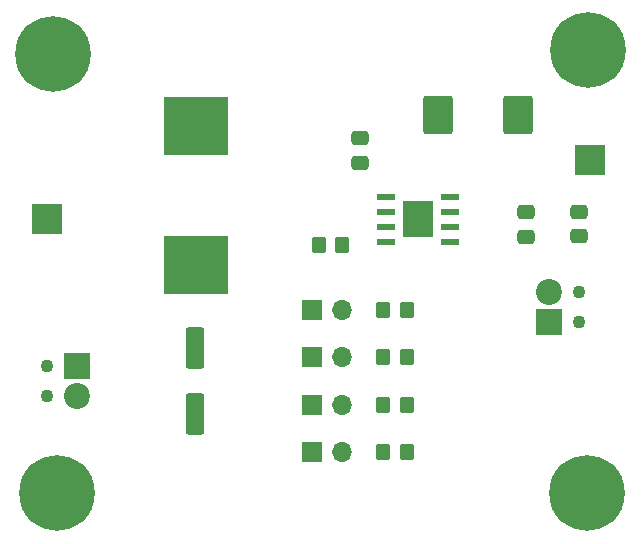
<source format=gbr>
%TF.GenerationSoftware,KiCad,Pcbnew,7.0.1*%
%TF.CreationDate,2023-04-11T14:03:01+02:00*%
%TF.ProjectId,sistabossen,73697374-6162-46f7-9373-656e2e6b6963,rev?*%
%TF.SameCoordinates,Original*%
%TF.FileFunction,Soldermask,Top*%
%TF.FilePolarity,Negative*%
%FSLAX46Y46*%
G04 Gerber Fmt 4.6, Leading zero omitted, Abs format (unit mm)*
G04 Created by KiCad (PCBNEW 7.0.1) date 2023-04-11 14:03:01*
%MOMM*%
%LPD*%
G01*
G04 APERTURE LIST*
G04 Aperture macros list*
%AMRoundRect*
0 Rectangle with rounded corners*
0 $1 Rounding radius*
0 $2 $3 $4 $5 $6 $7 $8 $9 X,Y pos of 4 corners*
0 Add a 4 corners polygon primitive as box body*
4,1,4,$2,$3,$4,$5,$6,$7,$8,$9,$2,$3,0*
0 Add four circle primitives for the rounded corners*
1,1,$1+$1,$2,$3*
1,1,$1+$1,$4,$5*
1,1,$1+$1,$6,$7*
1,1,$1+$1,$8,$9*
0 Add four rect primitives between the rounded corners*
20,1,$1+$1,$2,$3,$4,$5,0*
20,1,$1+$1,$4,$5,$6,$7,0*
20,1,$1+$1,$6,$7,$8,$9,0*
20,1,$1+$1,$8,$9,$2,$3,0*%
G04 Aperture macros list end*
%ADD10R,1.550000X0.600000*%
%ADD11R,2.600000X3.100000*%
%ADD12RoundRect,0.250000X-0.475000X0.337500X-0.475000X-0.337500X0.475000X-0.337500X0.475000X0.337500X0*%
%ADD13C,1.100000*%
%ADD14R,2.200000X2.200000*%
%ADD15C,2.200000*%
%ADD16R,1.700000X1.700000*%
%ADD17O,1.700000X1.700000*%
%ADD18RoundRect,0.250000X0.475000X-0.337500X0.475000X0.337500X-0.475000X0.337500X-0.475000X-0.337500X0*%
%ADD19RoundRect,0.250000X-0.350000X-0.450000X0.350000X-0.450000X0.350000X0.450000X-0.350000X0.450000X0*%
%ADD20RoundRect,0.250000X-0.550000X1.500000X-0.550000X-1.500000X0.550000X-1.500000X0.550000X1.500000X0*%
%ADD21R,2.500000X2.500000*%
%ADD22C,0.800000*%
%ADD23C,6.400000*%
%ADD24RoundRect,0.250000X0.350000X0.450000X-0.350000X0.450000X-0.350000X-0.450000X0.350000X-0.450000X0*%
%ADD25R,5.400000X4.900000*%
%ADD26RoundRect,0.250000X-1.000000X1.400000X-1.000000X-1.400000X1.000000X-1.400000X1.000000X1.400000X0*%
G04 APERTURE END LIST*
D10*
%TO.C,U1*%
X99200000Y-56092056D03*
X99200000Y-57362056D03*
X99200000Y-58632056D03*
X99200000Y-59902056D03*
X104600000Y-59902056D03*
X104600000Y-58632056D03*
X104600000Y-57362056D03*
X104600000Y-56092056D03*
D11*
X101900000Y-57997056D03*
%TD*%
D12*
%TO.C,C4*%
X115500000Y-57375000D03*
X115500000Y-59450000D03*
%TD*%
D13*
%TO.C,J2*%
X70460000Y-70427056D03*
X70460000Y-72967056D03*
D14*
X73000000Y-70427056D03*
D15*
X73000000Y-72967056D03*
%TD*%
D16*
%TO.C,J3*%
X92960000Y-65697056D03*
D17*
X95500000Y-65697056D03*
%TD*%
D16*
%TO.C,J5*%
X92960000Y-73697056D03*
D17*
X95500000Y-73697056D03*
%TD*%
D16*
%TO.C,J6*%
X92960000Y-77697056D03*
D17*
X95500000Y-77697056D03*
%TD*%
D12*
%TO.C,C1*%
X111000000Y-57412500D03*
X111000000Y-59487500D03*
%TD*%
D16*
%TO.C,J4*%
X92960000Y-69697056D03*
D17*
X95500000Y-69697056D03*
%TD*%
D13*
%TO.C,J1*%
X115500000Y-66737056D03*
X115500000Y-64197056D03*
D14*
X112960000Y-66737056D03*
D15*
X112960000Y-64197056D03*
%TD*%
D18*
%TO.C,C2*%
X97000000Y-53234556D03*
X97000000Y-51159556D03*
%TD*%
D19*
%TO.C,R4*%
X98960000Y-73697056D03*
X100960000Y-73697056D03*
%TD*%
%TO.C,R2*%
X98960000Y-65697056D03*
X100960000Y-65697056D03*
%TD*%
%TO.C,R3*%
X98960000Y-69697056D03*
X100960000Y-69697056D03*
%TD*%
D20*
%TO.C,C3*%
X83000000Y-68897056D03*
X83000000Y-74497056D03*
%TD*%
D21*
%TO.C,TP3*%
X70500000Y-58000000D03*
%TD*%
D22*
%TO.C,H3*%
X113797056Y-81197056D03*
X114500000Y-79500000D03*
X114500000Y-82894112D03*
X116197056Y-78797056D03*
D23*
X116197056Y-81197056D03*
D22*
X116197056Y-83597056D03*
X117894112Y-79500000D03*
X117894112Y-82894112D03*
X118597056Y-81197056D03*
%TD*%
D19*
%TO.C,R5*%
X98960000Y-77697056D03*
X100960000Y-77697056D03*
%TD*%
D24*
%TO.C,R1*%
X95500000Y-60197056D03*
X93500000Y-60197056D03*
%TD*%
D22*
%TO.C,H2*%
X113902944Y-43697056D03*
X114605888Y-42000000D03*
X114605888Y-45394112D03*
X116302944Y-41297056D03*
D23*
X116302944Y-43697056D03*
D22*
X116302944Y-46097056D03*
X118000000Y-42000000D03*
X118000000Y-45394112D03*
X118702944Y-43697056D03*
%TD*%
D21*
%TO.C,TP1*%
X116500000Y-53000000D03*
%TD*%
D22*
%TO.C,H1*%
X68600000Y-44000000D03*
X69302944Y-42302944D03*
X69302944Y-45697056D03*
X71000000Y-41600000D03*
D23*
X71000000Y-44000000D03*
D22*
X71000000Y-46400000D03*
X72697056Y-42302944D03*
X72697056Y-45697056D03*
X73400000Y-44000000D03*
%TD*%
D25*
%TO.C,L1*%
X83097056Y-50100000D03*
X83097056Y-61900000D03*
%TD*%
D26*
%TO.C,D1*%
X110400000Y-49197056D03*
X103600000Y-49197056D03*
%TD*%
D22*
%TO.C,H4*%
X68902944Y-81197056D03*
X69605888Y-79500000D03*
X69605888Y-82894112D03*
X71302944Y-78797056D03*
D23*
X71302944Y-81197056D03*
D22*
X71302944Y-83597056D03*
X73000000Y-79500000D03*
X73000000Y-82894112D03*
X73702944Y-81197056D03*
%TD*%
M02*

</source>
